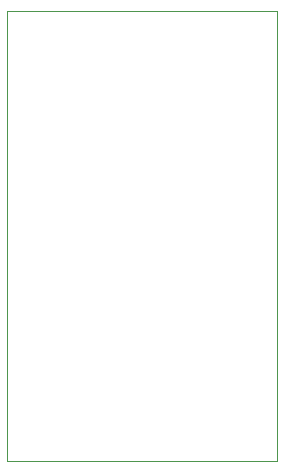
<source format=gbr>
G04 #@! TF.GenerationSoftware,KiCad,Pcbnew,(5.1.5-0-10_14)*
G04 #@! TF.CreationDate,2020-10-22T20:12:41+02:00*
G04 #@! TF.ProjectId,es_twister,65735f74-7769-4737-9465-722e6b696361,rev?*
G04 #@! TF.SameCoordinates,Original*
G04 #@! TF.FileFunction,Profile,NP*
%FSLAX46Y46*%
G04 Gerber Fmt 4.6, Leading zero omitted, Abs format (unit mm)*
G04 Created by KiCad (PCBNEW (5.1.5-0-10_14)) date 2020-10-22 20:12:41*
%MOMM*%
%LPD*%
G04 APERTURE LIST*
%ADD10C,0.050000*%
G04 APERTURE END LIST*
D10*
X132080000Y-106680000D02*
X154940000Y-106680000D01*
X132080000Y-106680000D02*
X132080000Y-68580000D01*
X154940000Y-68580000D02*
X154940000Y-106680000D01*
X132080000Y-68580000D02*
X154940000Y-68580000D01*
M02*

</source>
